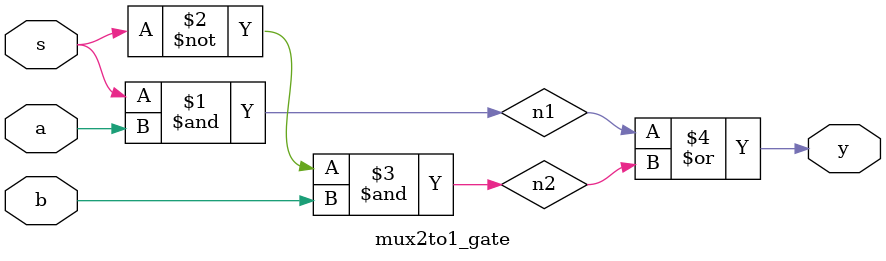
<source format=v>
module mux2to1_gate(
    input a,b,
    input s,
    output y
);

wire n1, n2;

and and1(n1, s, a);
and and2(n2, ~s, b);
or or0(y, n1, n2);

endmodule

</source>
